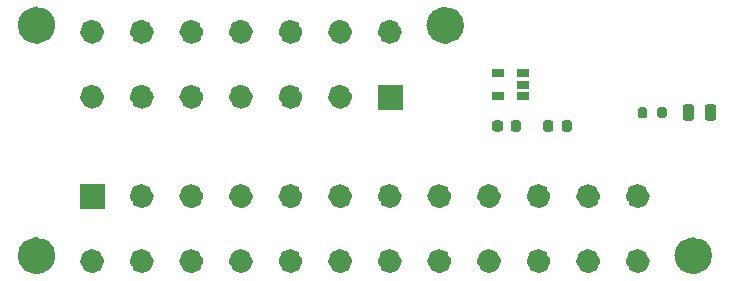
<source format=gbr>
%TF.GenerationSoftware,KiCad,Pcbnew,(5.1.9-0-10_14)*%
%TF.CreationDate,2023-05-06T09:45:43+02:00*%
%TF.ProjectId,SS1_ATX,5353315f-4154-4582-9e6b-696361645f70,rev?*%
%TF.SameCoordinates,Original*%
%TF.FileFunction,Soldermask,Top*%
%TF.FilePolarity,Negative*%
%FSLAX46Y46*%
G04 Gerber Fmt 4.6, Leading zero omitted, Abs format (unit mm)*
G04 Created by KiCad (PCBNEW (5.1.9-0-10_14)) date 2023-05-06 09:45:43*
%MOMM*%
%LPD*%
G01*
G04 APERTURE LIST*
%ADD10C,1.026200*%
%ADD11C,1.576200*%
%ADD12C,0.010000*%
%ADD13C,3.000000*%
%ADD14R,1.060000X0.650000*%
G04 APERTURE END LIST*
D10*
%TO.C,J2*%
X98013100Y-114390000D02*
G75*
G03*
X98013100Y-114390000I-513100J0D01*
G01*
X102213100Y-114390000D02*
G75*
G03*
X102213100Y-114390000I-513100J0D01*
G01*
X106413100Y-114390000D02*
G75*
G03*
X106413100Y-114390000I-513100J0D01*
G01*
X110613100Y-114390000D02*
G75*
G03*
X110613100Y-114390000I-513100J0D01*
G01*
X114813100Y-114390000D02*
G75*
G03*
X114813100Y-114390000I-513100J0D01*
G01*
X98013100Y-119890000D02*
G75*
G03*
X98013100Y-119890000I-513100J0D01*
G01*
X102213100Y-119890000D02*
G75*
G03*
X102213100Y-119890000I-513100J0D01*
G01*
X106413100Y-119890000D02*
G75*
G03*
X106413100Y-119890000I-513100J0D01*
G01*
X110613100Y-119890000D02*
G75*
G03*
X110613100Y-119890000I-513100J0D01*
G01*
X114813100Y-119890000D02*
G75*
G03*
X114813100Y-119890000I-513100J0D01*
G01*
D11*
X93588100Y-113830000D02*
G75*
G03*
X93588100Y-113830000I-788100J0D01*
G01*
X128188100Y-113830000D02*
G75*
G03*
X128188100Y-113830000I-788100J0D01*
G01*
D10*
X119013100Y-114390000D02*
G75*
G03*
X119013100Y-114390000I-513100J0D01*
G01*
X123213100Y-114390000D02*
G75*
G03*
X123213100Y-114390000I-513100J0D01*
G01*
X119013100Y-119890000D02*
G75*
G03*
X119013100Y-119890000I-513100J0D01*
G01*
D12*
G36*
X123726200Y-118863800D02*
G01*
X121673800Y-118863800D01*
X121673800Y-120916200D01*
X123726200Y-120916200D01*
X123726200Y-118863800D01*
G37*
X123726200Y-118863800D02*
X121673800Y-118863800D01*
X121673800Y-120916200D01*
X123726200Y-120916200D01*
X123726200Y-118863800D01*
D11*
%TO.C,J1*%
X93588100Y-133340000D02*
G75*
G03*
X93588100Y-133340000I-788100J0D01*
G01*
X149188100Y-133340000D02*
G75*
G03*
X149188100Y-133340000I-788100J0D01*
G01*
D10*
X144213100Y-133800000D02*
G75*
G03*
X144213100Y-133800000I-513100J0D01*
G01*
X140013100Y-133800000D02*
G75*
G03*
X140013100Y-133800000I-513100J0D01*
G01*
X135813100Y-133800000D02*
G75*
G03*
X135813100Y-133800000I-513100J0D01*
G01*
X131613100Y-133800000D02*
G75*
G03*
X131613100Y-133800000I-513100J0D01*
G01*
X127413100Y-133800000D02*
G75*
G03*
X127413100Y-133800000I-513100J0D01*
G01*
X123213100Y-133800000D02*
G75*
G03*
X123213100Y-133800000I-513100J0D01*
G01*
X119013100Y-133800000D02*
G75*
G03*
X119013100Y-133800000I-513100J0D01*
G01*
X114813100Y-133800000D02*
G75*
G03*
X114813100Y-133800000I-513100J0D01*
G01*
X110613100Y-133800000D02*
G75*
G03*
X110613100Y-133800000I-513100J0D01*
G01*
X106413100Y-133800000D02*
G75*
G03*
X106413100Y-133800000I-513100J0D01*
G01*
X102213100Y-133800000D02*
G75*
G03*
X102213100Y-133800000I-513100J0D01*
G01*
X98013100Y-133800000D02*
G75*
G03*
X98013100Y-133800000I-513100J0D01*
G01*
X144213100Y-128300000D02*
G75*
G03*
X144213100Y-128300000I-513100J0D01*
G01*
X140013100Y-128300000D02*
G75*
G03*
X140013100Y-128300000I-513100J0D01*
G01*
X135813100Y-128300000D02*
G75*
G03*
X135813100Y-128300000I-513100J0D01*
G01*
X131613100Y-128300000D02*
G75*
G03*
X131613100Y-128300000I-513100J0D01*
G01*
X127413100Y-128300000D02*
G75*
G03*
X127413100Y-128300000I-513100J0D01*
G01*
X123213100Y-128300000D02*
G75*
G03*
X123213100Y-128300000I-513100J0D01*
G01*
X119013100Y-128300000D02*
G75*
G03*
X119013100Y-128300000I-513100J0D01*
G01*
X114813100Y-128300000D02*
G75*
G03*
X114813100Y-128300000I-513100J0D01*
G01*
X110613100Y-128300000D02*
G75*
G03*
X110613100Y-128300000I-513100J0D01*
G01*
X106413100Y-128300000D02*
G75*
G03*
X106413100Y-128300000I-513100J0D01*
G01*
X102213100Y-128300000D02*
G75*
G03*
X102213100Y-128300000I-513100J0D01*
G01*
D12*
G36*
X98526200Y-129326200D02*
G01*
X96473800Y-129326200D01*
X96473800Y-127273800D01*
X98526200Y-127273800D01*
X98526200Y-129326200D01*
G37*
X98526200Y-129326200D02*
X96473800Y-129326200D01*
X96473800Y-127273800D01*
X98526200Y-127273800D01*
X98526200Y-129326200D01*
%TD*%
%TO.C,R1*%
G36*
G01*
X138145000Y-122103750D02*
X138145000Y-122616250D01*
G75*
G02*
X137926250Y-122835000I-218750J0D01*
G01*
X137488750Y-122835000D01*
G75*
G02*
X137270000Y-122616250I0J218750D01*
G01*
X137270000Y-122103750D01*
G75*
G02*
X137488750Y-121885000I218750J0D01*
G01*
X137926250Y-121885000D01*
G75*
G02*
X138145000Y-122103750I0J-218750D01*
G01*
G37*
G36*
G01*
X136570000Y-122103750D02*
X136570000Y-122616250D01*
G75*
G02*
X136351250Y-122835000I-218750J0D01*
G01*
X135913750Y-122835000D01*
G75*
G02*
X135695000Y-122616250I0J218750D01*
G01*
X135695000Y-122103750D01*
G75*
G02*
X135913750Y-121885000I218750J0D01*
G01*
X136351250Y-121885000D01*
G75*
G02*
X136570000Y-122103750I0J-218750D01*
G01*
G37*
%TD*%
D13*
%TO.C,J2*%
X127400000Y-113830000D03*
X92800000Y-113830000D03*
%TD*%
%TO.C,R2*%
G36*
G01*
X145350780Y-121501862D02*
X145350780Y-120951862D01*
G75*
G02*
X145550780Y-120751862I200000J0D01*
G01*
X145950780Y-120751862D01*
G75*
G02*
X146150780Y-120951862I0J-200000D01*
G01*
X146150780Y-121501862D01*
G75*
G02*
X145950780Y-121701862I-200000J0D01*
G01*
X145550780Y-121701862D01*
G75*
G02*
X145350780Y-121501862I0J200000D01*
G01*
G37*
G36*
G01*
X143700780Y-121501862D02*
X143700780Y-120951862D01*
G75*
G02*
X143900780Y-120751862I200000J0D01*
G01*
X144300780Y-120751862D01*
G75*
G02*
X144500780Y-120951862I0J-200000D01*
G01*
X144500780Y-121501862D01*
G75*
G02*
X144300780Y-121701862I-200000J0D01*
G01*
X143900780Y-121701862D01*
G75*
G02*
X143700780Y-121501862I0J200000D01*
G01*
G37*
%TD*%
%TO.C,J1*%
X92800000Y-133340000D03*
X148400000Y-133340000D03*
%TD*%
%TO.C,D1*%
G36*
G01*
X148475780Y-120770612D02*
X148475780Y-121683112D01*
G75*
G02*
X148232030Y-121926862I-243750J0D01*
G01*
X147744530Y-121926862D01*
G75*
G02*
X147500780Y-121683112I0J243750D01*
G01*
X147500780Y-120770612D01*
G75*
G02*
X147744530Y-120526862I243750J0D01*
G01*
X148232030Y-120526862D01*
G75*
G02*
X148475780Y-120770612I0J-243750D01*
G01*
G37*
G36*
G01*
X150350780Y-120770612D02*
X150350780Y-121683112D01*
G75*
G02*
X150107030Y-121926862I-243750J0D01*
G01*
X149619530Y-121926862D01*
G75*
G02*
X149375780Y-121683112I0J243750D01*
G01*
X149375780Y-120770612D01*
G75*
G02*
X149619530Y-120526862I243750J0D01*
G01*
X150107030Y-120526862D01*
G75*
G02*
X150350780Y-120770612I0J-243750D01*
G01*
G37*
%TD*%
D14*
%TO.C,U2*%
X131830000Y-119810000D03*
X131830000Y-117910000D03*
X134030000Y-117910000D03*
X134030000Y-118860000D03*
X134030000Y-119810000D03*
%TD*%
%TO.C,C1*%
G36*
G01*
X132280000Y-122110000D02*
X132280000Y-122610000D01*
G75*
G02*
X132055000Y-122835000I-225000J0D01*
G01*
X131605000Y-122835000D01*
G75*
G02*
X131380000Y-122610000I0J225000D01*
G01*
X131380000Y-122110000D01*
G75*
G02*
X131605000Y-121885000I225000J0D01*
G01*
X132055000Y-121885000D01*
G75*
G02*
X132280000Y-122110000I0J-225000D01*
G01*
G37*
G36*
G01*
X133830000Y-122110000D02*
X133830000Y-122610000D01*
G75*
G02*
X133605000Y-122835000I-225000J0D01*
G01*
X133155000Y-122835000D01*
G75*
G02*
X132930000Y-122610000I0J225000D01*
G01*
X132930000Y-122110000D01*
G75*
G02*
X133155000Y-121885000I225000J0D01*
G01*
X133605000Y-121885000D01*
G75*
G02*
X133830000Y-122110000I0J-225000D01*
G01*
G37*
%TD*%
M02*

</source>
